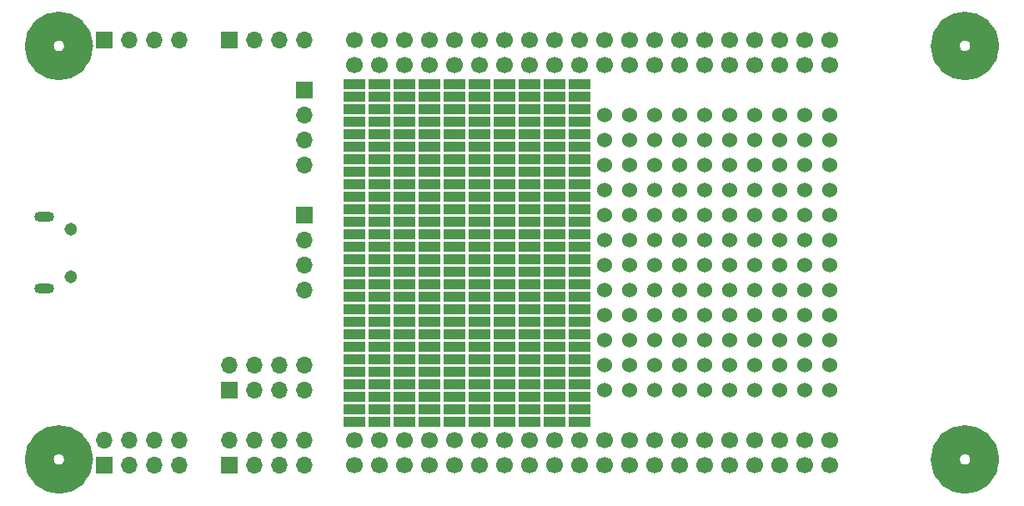
<source format=gbs>
G04 #@! TF.GenerationSoftware,KiCad,Pcbnew,(5.0.0-rc2-dev-222-g3b0a758)*
G04 #@! TF.CreationDate,2018-03-21T23:14:10+01:00*
G04 #@! TF.ProjectId,Geckonator Dev Edition,4765636B6F6E61746F72204465762045,rev?*
G04 #@! TF.SameCoordinates,Original*
G04 #@! TF.FileFunction,Soldermask,Bot*
G04 #@! TF.FilePolarity,Negative*
%FSLAX46Y46*%
G04 Gerber Fmt 4.6, Leading zero omitted, Abs format (unit mm)*
G04 Created by KiCad (PCBNEW (5.0.0-rc2-dev-222-g3b0a758)) date Wednesday, 21 March 2018 at 23:14:10*
%MOMM*%
%LPD*%
G01*
G04 APERTURE LIST*
%ADD10C,3.000000*%
%ADD11R,2.286000X1.016000*%
%ADD12C,1.524000*%
%ADD13C,1.700000*%
%ADD14O,1.700000X1.700000*%
%ADD15R,1.700000X1.700000*%
%ADD16O,2.032000X1.016000*%
%ADD17C,1.305560*%
G04 APERTURE END LIST*
D10*
X55000000Y-53000000D02*
G75*
G03X55000000Y-53000000I-2000000J0D01*
G01*
X55000000Y-95000000D02*
G75*
G03X55000000Y-95000000I-2000000J0D01*
G01*
X147000000Y-95000000D02*
G75*
G03X147000000Y-95000000I-2000000J0D01*
G01*
X147000000Y-53000000D02*
G75*
G03X147000000Y-53000000I-2000000J0D01*
G01*
D11*
X95720000Y-87335000D03*
X95720000Y-86065000D03*
X95720000Y-84795000D03*
X95720000Y-83525000D03*
X95720000Y-82255000D03*
X95720000Y-80985000D03*
X95720000Y-79715000D03*
X95720000Y-78445000D03*
X95720000Y-77175000D03*
X95720000Y-75905000D03*
X95720000Y-74635000D03*
X95720000Y-73365000D03*
X95720000Y-72095000D03*
X95720000Y-70825000D03*
X95720000Y-69555000D03*
X95720000Y-68285000D03*
X95720000Y-67015000D03*
X95720000Y-65745000D03*
X98260000Y-65745000D03*
X98260000Y-67015000D03*
X98260000Y-68285000D03*
X98260000Y-69555000D03*
X98260000Y-70825000D03*
X98260000Y-72095000D03*
X98260000Y-73365000D03*
X98260000Y-74635000D03*
X98260000Y-75905000D03*
X98260000Y-77175000D03*
X98260000Y-78445000D03*
X98260000Y-79715000D03*
X98260000Y-80985000D03*
X98260000Y-82255000D03*
X98260000Y-83525000D03*
X98260000Y-84795000D03*
X98260000Y-86065000D03*
X98260000Y-87335000D03*
X100800000Y-87335000D03*
X100800000Y-86065000D03*
X100800000Y-84795000D03*
X100800000Y-83525000D03*
X100800000Y-82255000D03*
X100800000Y-80985000D03*
X100800000Y-79715000D03*
X100800000Y-78445000D03*
X100800000Y-77175000D03*
X100800000Y-75905000D03*
X100800000Y-74635000D03*
X100800000Y-73365000D03*
X100800000Y-72095000D03*
X100800000Y-70825000D03*
X100800000Y-69555000D03*
X100800000Y-68285000D03*
X100800000Y-67015000D03*
X100800000Y-65745000D03*
X103340000Y-65745000D03*
X103340000Y-67015000D03*
X103340000Y-68285000D03*
X103340000Y-69555000D03*
X103340000Y-70825000D03*
X103340000Y-72095000D03*
X103340000Y-73365000D03*
X103340000Y-74635000D03*
X103340000Y-75905000D03*
X103340000Y-77175000D03*
X103340000Y-78445000D03*
X103340000Y-79715000D03*
X103340000Y-80985000D03*
X103340000Y-82255000D03*
X103340000Y-83525000D03*
X103340000Y-84795000D03*
X103340000Y-86065000D03*
X103340000Y-87335000D03*
X105880000Y-87335000D03*
X105880000Y-86065000D03*
X105880000Y-84795000D03*
X105880000Y-83525000D03*
X105880000Y-82255000D03*
X105880000Y-80985000D03*
X105880000Y-79715000D03*
X105880000Y-78445000D03*
X105880000Y-77175000D03*
X105880000Y-75905000D03*
X105880000Y-74635000D03*
X105880000Y-73365000D03*
X105880000Y-72095000D03*
X105880000Y-70825000D03*
X105880000Y-69555000D03*
X105880000Y-68285000D03*
X105880000Y-67015000D03*
X105880000Y-65745000D03*
X105880000Y-91145000D03*
X105880000Y-89875000D03*
X105880000Y-88605000D03*
X103340000Y-88605000D03*
X103340000Y-89875000D03*
X103340000Y-91145000D03*
X100800000Y-91145000D03*
X100800000Y-89875000D03*
X100800000Y-88605000D03*
X98260000Y-88605000D03*
X98260000Y-89875000D03*
X98260000Y-91145000D03*
X95720000Y-88605000D03*
X95720000Y-89875000D03*
X95720000Y-91145000D03*
X93180000Y-91145000D03*
X93180000Y-89875000D03*
X93180000Y-88605000D03*
X93180000Y-87335000D03*
X93180000Y-86065000D03*
X93180000Y-84795000D03*
X93180000Y-83525000D03*
X93180000Y-82255000D03*
X93180000Y-80985000D03*
X93180000Y-79715000D03*
X93180000Y-78445000D03*
X93180000Y-77175000D03*
X93180000Y-75905000D03*
X93180000Y-74635000D03*
X93180000Y-73365000D03*
X93180000Y-72095000D03*
X93180000Y-70825000D03*
X93180000Y-69555000D03*
X93180000Y-68285000D03*
X93180000Y-67015000D03*
X93180000Y-65745000D03*
X90640000Y-67015000D03*
X90640000Y-65745000D03*
X90640000Y-68285000D03*
X90640000Y-69555000D03*
X90640000Y-70825000D03*
X90640000Y-72095000D03*
X90640000Y-73365000D03*
X90640000Y-74635000D03*
X90640000Y-75905000D03*
X90640000Y-77175000D03*
X90640000Y-78445000D03*
X90640000Y-79715000D03*
X90640000Y-80985000D03*
X90640000Y-82255000D03*
X90640000Y-83525000D03*
X90640000Y-84795000D03*
X90640000Y-86065000D03*
X90640000Y-87335000D03*
X90640000Y-88605000D03*
X90640000Y-89875000D03*
X90640000Y-91145000D03*
X88100000Y-91145000D03*
X88100000Y-89875000D03*
X88100000Y-88605000D03*
X88100000Y-87335000D03*
X88100000Y-86065000D03*
X88100000Y-84795000D03*
X88100000Y-83525000D03*
X88100000Y-82255000D03*
X88100000Y-80985000D03*
X88100000Y-79715000D03*
X88100000Y-78445000D03*
X88100000Y-77175000D03*
X88100000Y-75905000D03*
X88100000Y-74635000D03*
X88100000Y-73365000D03*
X88100000Y-72095000D03*
X88100000Y-70825000D03*
X88100000Y-69555000D03*
X88100000Y-68285000D03*
X88100000Y-67015000D03*
X88100000Y-65745000D03*
X85560000Y-65745000D03*
X85560000Y-67015000D03*
X85560000Y-68285000D03*
X85560000Y-69555000D03*
X85560000Y-70825000D03*
X85560000Y-72095000D03*
X85560000Y-73365000D03*
X85560000Y-74635000D03*
X85560000Y-75905000D03*
X85560000Y-77175000D03*
X85560000Y-78445000D03*
X85560000Y-79715000D03*
X85560000Y-80985000D03*
X85560000Y-82255000D03*
X85560000Y-83525000D03*
X85560000Y-84795000D03*
X85560000Y-86065000D03*
X85560000Y-87335000D03*
X85560000Y-88605000D03*
X85560000Y-89875000D03*
X85560000Y-91145000D03*
X83020000Y-91145000D03*
X83020000Y-89875000D03*
X83020000Y-88605000D03*
X83020000Y-87335000D03*
X83020000Y-86065000D03*
X83020000Y-84795000D03*
X83020000Y-83525000D03*
X83020000Y-82255000D03*
X83020000Y-80985000D03*
X83020000Y-79715000D03*
X83020000Y-78445000D03*
X83020000Y-77175000D03*
X83020000Y-75905000D03*
X83020000Y-74635000D03*
X83020000Y-73365000D03*
X83020000Y-72095000D03*
X83020000Y-70825000D03*
X83020000Y-69555000D03*
X83020000Y-68285000D03*
X83020000Y-67015000D03*
X105880000Y-64475000D03*
X103340000Y-64475000D03*
X100800000Y-64475000D03*
X98260000Y-64475000D03*
X95720000Y-64475000D03*
X93180000Y-64475000D03*
X90640000Y-64475000D03*
X88100000Y-64475000D03*
X85560000Y-64475000D03*
X83020000Y-65745000D03*
X83020000Y-64475000D03*
X83020000Y-63205000D03*
X85560000Y-63205000D03*
X88100000Y-63205000D03*
X90640000Y-63205000D03*
X93180000Y-63205000D03*
X95720000Y-63205000D03*
X98260000Y-63205000D03*
X100800000Y-63205000D03*
X103340000Y-63205000D03*
X105880000Y-63205000D03*
X105880000Y-61935000D03*
X103340000Y-61935000D03*
X100800000Y-61935000D03*
X98260000Y-61935000D03*
X95720000Y-61935000D03*
X93180000Y-61935000D03*
X90640000Y-61935000D03*
X88100000Y-61935000D03*
X85560000Y-61935000D03*
X83020000Y-61935000D03*
X83020000Y-60665000D03*
X85560000Y-60665000D03*
X88100000Y-60665000D03*
X90640000Y-60665000D03*
X93180000Y-60665000D03*
X95720000Y-60665000D03*
X98260000Y-60665000D03*
X100800000Y-60665000D03*
X103340000Y-60665000D03*
X105880000Y-60665000D03*
X105880000Y-59395000D03*
X103340000Y-59395000D03*
X100800000Y-59395000D03*
X98260000Y-59395000D03*
X95720000Y-59395000D03*
X93180000Y-59395000D03*
X90640000Y-59395000D03*
X88100000Y-59395000D03*
X85560000Y-59395000D03*
X83020000Y-59395000D03*
X83020000Y-58125000D03*
X85560000Y-58125000D03*
X88100000Y-58125000D03*
X90640000Y-58125000D03*
X93180000Y-58125000D03*
X95720000Y-58125000D03*
X98260000Y-58125000D03*
X100800000Y-58125000D03*
X103340000Y-58125000D03*
X105880000Y-58125000D03*
X105880000Y-56855000D03*
X103340000Y-56855000D03*
X100800000Y-56855000D03*
X98260000Y-56855000D03*
X95720000Y-56855000D03*
X93180000Y-56855000D03*
X90640000Y-56855000D03*
X88100000Y-56855000D03*
X85560000Y-56855000D03*
X83020000Y-56855000D03*
D12*
X131280000Y-87970000D03*
X131280000Y-85430000D03*
X128740000Y-85430000D03*
X128740000Y-87970000D03*
X126200000Y-87970000D03*
X126200000Y-85430000D03*
X123660000Y-85430000D03*
X123660000Y-87970000D03*
X121120000Y-87970000D03*
X121120000Y-85430000D03*
X118580000Y-85430000D03*
X118580000Y-87970000D03*
X116040000Y-87970000D03*
X116040000Y-85430000D03*
X113500000Y-85430000D03*
X113500000Y-87970000D03*
X110960000Y-87970000D03*
X110960000Y-85430000D03*
X110960000Y-82890000D03*
X113500000Y-82890000D03*
X116040000Y-82890000D03*
X118580000Y-82890000D03*
X121120000Y-82890000D03*
X123660000Y-82890000D03*
X126200000Y-82890000D03*
X128740000Y-82890000D03*
X131280000Y-82890000D03*
X131280000Y-80350000D03*
X128740000Y-80350000D03*
X126200000Y-80350000D03*
X123660000Y-80350000D03*
X121120000Y-80350000D03*
X118580000Y-80350000D03*
X116040000Y-80350000D03*
X113500000Y-80350000D03*
X110960000Y-80350000D03*
X110960000Y-77810000D03*
X113500000Y-77810000D03*
X116040000Y-77810000D03*
X118580000Y-77810000D03*
X121120000Y-77810000D03*
X123660000Y-77810000D03*
X126200000Y-77810000D03*
X128740000Y-77810000D03*
X131280000Y-77810000D03*
X131280000Y-75270000D03*
X128740000Y-75270000D03*
X126200000Y-75270000D03*
X123660000Y-75270000D03*
X121120000Y-75270000D03*
X118580000Y-75270000D03*
X116040000Y-75270000D03*
X113500000Y-75270000D03*
X110960000Y-75270000D03*
X110960000Y-72730000D03*
X113500000Y-72730000D03*
X116040000Y-72730000D03*
X118580000Y-72730000D03*
X121120000Y-72730000D03*
X123660000Y-72730000D03*
X126200000Y-72730000D03*
X128740000Y-72730000D03*
X131280000Y-72730000D03*
X131280000Y-70190000D03*
X128740000Y-70190000D03*
X126200000Y-70190000D03*
X123660000Y-70190000D03*
X121120000Y-70190000D03*
X118580000Y-70190000D03*
X116040000Y-70190000D03*
X113500000Y-70190000D03*
X110960000Y-70190000D03*
X110960000Y-67650000D03*
X113500000Y-67650000D03*
X116040000Y-67650000D03*
X118580000Y-67650000D03*
X121120000Y-67650000D03*
X123660000Y-67650000D03*
X126200000Y-67650000D03*
X128740000Y-67650000D03*
X131280000Y-67650000D03*
X131280000Y-65110000D03*
X128740000Y-65110000D03*
X126200000Y-65110000D03*
X123660000Y-65110000D03*
X121120000Y-65110000D03*
X118580000Y-65110000D03*
X116040000Y-65110000D03*
X113500000Y-65110000D03*
X110960000Y-65110000D03*
X110960000Y-62570000D03*
X113500000Y-62570000D03*
X116040000Y-62570000D03*
X118580000Y-62570000D03*
X121120000Y-62570000D03*
X123660000Y-62570000D03*
X126200000Y-62570000D03*
X128740000Y-62570000D03*
X131280000Y-62570000D03*
X131280000Y-60030000D03*
X128740000Y-60030000D03*
X126200000Y-60030000D03*
X123660000Y-60030000D03*
X121120000Y-60030000D03*
X118580000Y-60030000D03*
X116040000Y-60030000D03*
X113500000Y-60030000D03*
X110960000Y-60030000D03*
X108420000Y-72730000D03*
X108420000Y-75270000D03*
X108420000Y-87970000D03*
X108420000Y-85430000D03*
X108420000Y-82890000D03*
X108420000Y-80350000D03*
X108420000Y-77810000D03*
X108420000Y-70190000D03*
X108420000Y-67650000D03*
X108420000Y-65110000D03*
X108420000Y-62570000D03*
D13*
X131280000Y-93050000D03*
X128740000Y-93050000D03*
X126200000Y-93050000D03*
X123660000Y-93050000D03*
X121120000Y-93050000D03*
X118580000Y-93050000D03*
X116040000Y-93050000D03*
X113500000Y-93050000D03*
X110960000Y-93050000D03*
X108420000Y-93050000D03*
X105880000Y-93050000D03*
X103340000Y-93050000D03*
X100800000Y-93050000D03*
X98260000Y-93050000D03*
X95720000Y-93050000D03*
X93180000Y-93050000D03*
X90640000Y-93050000D03*
X88100000Y-93050000D03*
X85560000Y-93050000D03*
X83020000Y-93050000D03*
X131280000Y-95590000D03*
X128740000Y-95590000D03*
X126200000Y-95590000D03*
X123660000Y-95590000D03*
X121120000Y-95590000D03*
X118580000Y-95590000D03*
X116040000Y-95590000D03*
X113500000Y-95590000D03*
X110960000Y-95590000D03*
X108420000Y-95590000D03*
X105880000Y-95590000D03*
X103340000Y-95590000D03*
X100800000Y-95590000D03*
X98260000Y-95590000D03*
X95720000Y-95590000D03*
X93180000Y-95590000D03*
X90640000Y-95590000D03*
X88100000Y-95590000D03*
X85560000Y-95590000D03*
X83020000Y-95590000D03*
X131280000Y-54950000D03*
X128740000Y-54950000D03*
X126200000Y-54950000D03*
X123660000Y-54950000D03*
X121120000Y-54950000D03*
X118580000Y-54950000D03*
X116040000Y-54950000D03*
X113500000Y-54950000D03*
X110960000Y-54950000D03*
X108420000Y-54950000D03*
X105880000Y-54950000D03*
X103340000Y-54950000D03*
X100800000Y-54950000D03*
X98260000Y-54950000D03*
X95720000Y-54950000D03*
X93180000Y-54950000D03*
X90640000Y-54950000D03*
X88100000Y-54950000D03*
X85560000Y-54950000D03*
X83020000Y-54950000D03*
X131280000Y-52410000D03*
X128740000Y-52410000D03*
X126200000Y-52410000D03*
X123660000Y-52410000D03*
X121120000Y-52410000D03*
X118580000Y-52410000D03*
X116040000Y-52410000D03*
X113500000Y-52410000D03*
X110960000Y-52410000D03*
X108420000Y-52410000D03*
X105880000Y-52410000D03*
X103340000Y-52410000D03*
X100800000Y-52410000D03*
X98260000Y-52410000D03*
X95720000Y-52410000D03*
X93180000Y-52410000D03*
X90640000Y-52410000D03*
X88100000Y-52410000D03*
X85560000Y-52410000D03*
D14*
X77940000Y-52410000D03*
X75400000Y-52410000D03*
X72860000Y-52410000D03*
D15*
X70320000Y-52410000D03*
X57620000Y-52410000D03*
D14*
X60160000Y-52410000D03*
X62700000Y-52410000D03*
X65240000Y-52410000D03*
X77940000Y-65110000D03*
X77940000Y-62570000D03*
X77940000Y-60030000D03*
D15*
X77940000Y-57490000D03*
D14*
X77940000Y-85430000D03*
X77940000Y-87970000D03*
X75400000Y-85430000D03*
X75400000Y-87970000D03*
X72860000Y-85430000D03*
X72860000Y-87970000D03*
X70320000Y-85430000D03*
D15*
X70320000Y-87970000D03*
X70320000Y-95590000D03*
D14*
X70320000Y-93050000D03*
X72860000Y-95590000D03*
X72860000Y-93050000D03*
X75400000Y-95590000D03*
X75400000Y-93050000D03*
X77940000Y-95590000D03*
X77940000Y-93050000D03*
X65240000Y-93050000D03*
X65240000Y-95590000D03*
X62700000Y-93050000D03*
X62700000Y-95590000D03*
X60160000Y-93050000D03*
X60160000Y-95590000D03*
X57620000Y-93050000D03*
D15*
X57620000Y-95590000D03*
D16*
X51500000Y-70375420D03*
X51500000Y-77624580D03*
D17*
X54227960Y-71576840D03*
X54227960Y-76423160D03*
D14*
X77940000Y-77810000D03*
X77940000Y-75270000D03*
X77940000Y-72730000D03*
D15*
X77940000Y-70190000D03*
D13*
X83020000Y-52410000D03*
D12*
X108420000Y-60030000D03*
M02*

</source>
